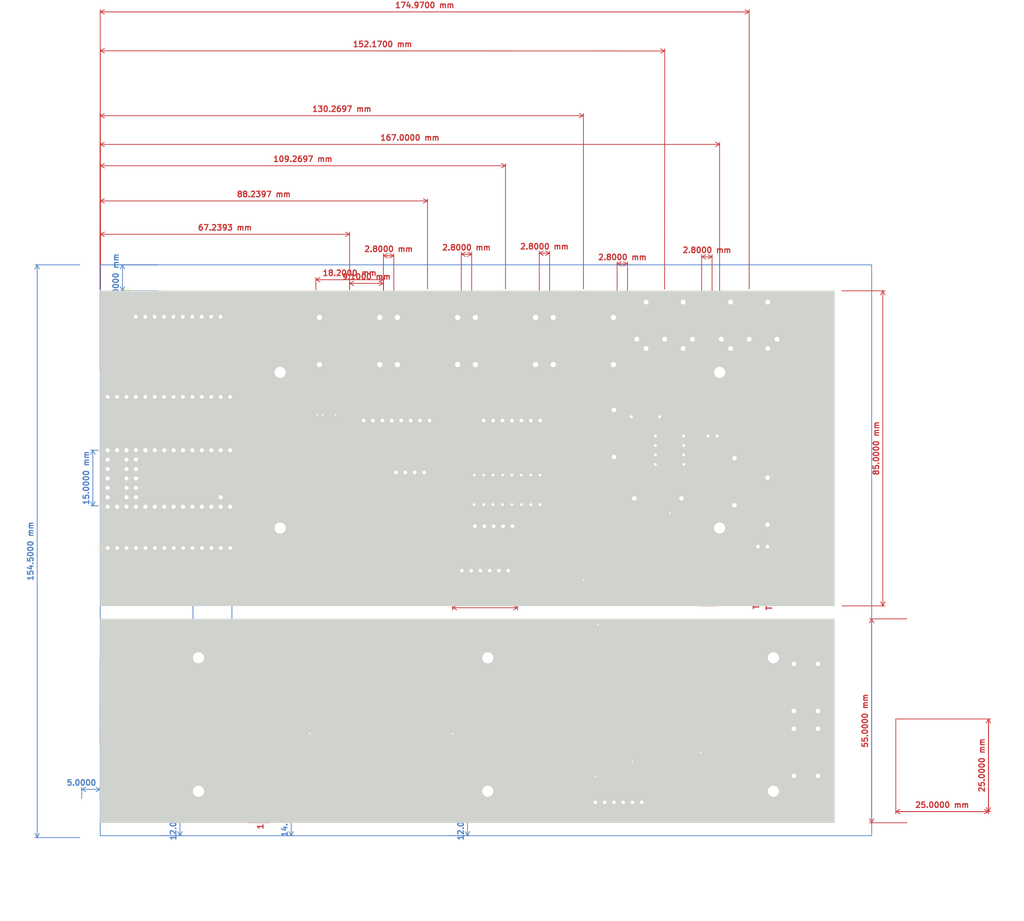
<source format=kicad_pcb>
(kicad_pcb (version 20211014) (generator pcbnew)
  (layers (0 "F.Cu" signal) (31 "B.Cu" signal) (34 "B.Paste" user) (35 "F.Paste" user) (36 "B.SilkS" user "B.Silkscreen") (37 "F.SilkS" user "F.Silkscreen") (38 "B.Mask" user) (39 "F.Mask" user) (44 "Edge.Cuts" user))
  (net 0 "")
  (net 1 "Net-(J1-Pad3)")
  (net 2 "Net-(J1-Pad5)")
  (net 3 "Net-(J1-Pad6)")
  (net 4 "Net-(J1-Pad7)")
  (net 5 "Net-(J1-Pad8)")
  (net 6 "Net-(J1-Pad9)")
  (net 10 "Net-(J1-Pad10)")
  (net 13 "Net-(J1-Pad11)")
  (net 14 "Net-(J1-Pad12)")
  (net 15 "Net-(J1-Pad13)")
  (net 16 "Net-(J1-Pad14)")
  (net 17 "Net-(J2-Pad1)")
  (net 18 "Net-(J2-Pad2)")
  (net 19 "Net-(J2-Pad3)")
  (net 20 "Net-(J2-Pad4)")
  (net 21 "Net-(J2-Pad5)")
  (net 22 "Net-(J2-Pad6)")
  (net 23 "Net-(J2-Pad7)")
  (net 25 "Net-(J2-Pad8)")
  (net 26 "Net-(J2-Pad9)")
  (net 27 "Net-(J2-Pad10)")
  (net 28 "Net-(J2-Pad11)")
  (net 29 "Net-(D1-Pad1)")
  (net 30 "Net-(D1-Pad2)")
  (net 34 "Net-(J3-Pad4)")
  (net 35 "Net-(J1-Pad2)")
  (net 36 "Net-(J1-Pad4)")
  (net 37 "Net-(J8-Pad5)")
  (net 40 "Net-(J8-Pad4)")
  (net 41 "Net-(J2-Pad12)")
  (net 45 "Net-(J2-Pad13)")
  (net 46 "Net-(J4-Pad3)")
  (net 47 "Net-(J?3=FSR4;6=FSR1-Pad1)")
  (net 48 "Net-(J4-Pad4)")
  (net 49 "Net-(J4-Pad5)")
  (net 50 "Net-(J4-Pad6)")
  (net 51 "Net-(H11-Pad1)")
  (net 52 "Net-(H12-Pad1)")
  (net 53 "Net-(J5-Pad1)")
  (net 54 "Net-(J5-Pad2)")
  (net 55 "Net-(J5-Pad3)")
  (net 56 "Net-(H14-Pad1)")
  (net 57 "Net-(H5V1-Pad1)")
  (net 58 "Net-(H13-Pad1)")
  (net 59 "Net-(J9-Pad1)")
  (net 60 "Net-(J6_TeensyPinsUnten1-Pad1)")
  (net 61 "Net-(J6_TeensyPinsUnten1-Pad2)")
  (net 62 "Net-(J6_TeensyPinsUnten1-Pad3)")
  (net 63 "Net-(J6_TeensyPinsUnten1-Pad4)")
  (net 64 "Net-(J6_TeensyPinsUnten1-Pad5)")
  (net 65 "Net-(J6_TeensyPinsUnten1-Pad6)")
  (net 66 "Net-(J6_TeensyPinsUnten1-Pad7)")
  (net 67 "Net-(J6_TeensyPinsUnten1-Pad8)")
  (net 68 "Net-(J6_TeensyPinsUnten1-Pad9)")
  (net 69 "Net-(J6_TeensyPinsUnten1-Pad10)")
  (net 70 "Net-(J9-Pad2)")
  (net 71 "Net-(J9-Pad3)")
  (net 72 "Net-(J9-Pad4)")
  (net 73 "Net-(J9-Pad5)")
  (net 74 "Net-(J10-Pad1)")
  (net 75 "Net-(J10-Pad2)")
  (net 76 "Net-(J11-Pad1)")
  (net 77 "Net-(J11-Pad2)")
  (net 78 "Net-(J16-Pad1)")
  (net 79 "Net-(J16-Pad2)")
  (net 80 "Net-(J17-Pad1)")
  (net 81 "Net-(J17-Pad2)")
  (net 82 "Net-(J18-Pad1)")
  (net 83 "Net-(J18-Pad2)")
  (net 94 "Net-(J5-Pad4)")
  (net 95 "Net-(J5-Pad5)")
  (net 96 "Net-(J5-Pad6)")
  (net 97 "Net-(J5-Pad7)")
  (net 98 "Net-(C1-Pad1)")
  (net 99 "Net-(C1-Pad2)")
  (footprint "project_fp:SolderWirePad_1x01_SMD_5x10mm" (layer "F.Cu") (at 151 115.6)
    (fp_text reference "H13")
    (fp_text value "MountingHole_Pad")
  )
  (footprint "project_fp:SolderWirePad_1x01_SMD_5x10mm" (layer "F.Cu") (at 190 115.1)
    (fp_text reference "H14")
    (fp_text value "MountingHole_Pad")
  )
  (footprint "KiCad:Teensy40" (layer "F.Cu") (at 35.51 68.62 180)
    (fp_text reference "U7")
    (fp_text value "Teensy4.0")
  )
  (footprint "project_fp:SolderWirePad_1x01_SMD_5x10mm" (layer "F.Cu") (at 53.5 115.5)
    (fp_text reference "H5V1")
    (fp_text value "MountingHole_Pad")
  )
  (footprint "Connector_PinHeader_2.54mm:PinHeader_1x10_P2.54mm_Vertical" (layer "F.Cu") (at 26.575 25 90)
    (fp_text reference "J6_TeensyPinsUnten1")
    (fp_text value "Conn_01x10")
  )
  (footprint "Resistor_THT:R_Axial_DIN0411_L9.9mm_D3.6mm_P12.70mm_Horizontal" (layer "F.Cu") (at 210.5 136.15 -90)
    (fp_text reference "R4")
    (fp_text value "R_Variable")
  )
  (footprint "MountingHole:MountingHole_3mm" (layer "F.Cu") (at 198.5 117)
    (fp_text reference "H3")
    (fp_text value "MountingHole")
  )
  (footprint "KiCad:DIP762W56P254L966H508Q8N" (layer "F.Cu") (at 170.5 60.99)
    (fp_text reference "U6")
    (fp_text value "6N138" hide)
  )
  (footprint "Connector_PinHeader_2.54mm:PinHeader_1x05_P2.54mm_Vertical" (layer "F.Cu") (at 118 81.5 90)
    (fp_text reference "J9")
    (fp_text value "Conn_01x05")
  )
  (footprint "MountingHole:MountingHole_3mm" (layer "F.Cu") (at 43.5 153)
    (fp_text reference "H6")
    (fp_text value "MountingHole")
  )
  (footprint "MountingHole:MountingHole_3mm" (layer "F.Cu") (at 198.5 153)
    (fp_text reference "H2")
    (fp_text value "MountingHole")
  )
  (footprint "Connector_JST:JST_XH_B6B-XH-A_1x06_P2.50mm_Vertical" (layer "F.Cu") (at 114.5 93.5)
    (fp_text reference "J4")
    (fp_text value "06JQ-BT")
  )
  (footprint "project_fp:SolderWirePad_1x01_SMD_5x10mm" (layer "F.Cu") (at 112 115.6)
    (fp_text reference "H12")
    (fp_text value "MountingHole_Pad")
  )
  (footprint "project_fp:SolderWirePad_1x01_SMD_5x10mm" (layer "F.Cu") (at 131 115.6)
    (fp_text reference "H5V3")
    (fp_text value "MountingHole_Pad")
  )
  (footprint "Connector_PinHeader_2.54mm:PinHeader_1x07_P2.54mm_Vertical" (layer "F.Cu") (at 135.625 53 -90)
    (fp_text reference "J5")
    (fp_text value "Conn_01x07")
  )
  (footprint "project_fp:SolderWirePad_1x01_SMD_5x10mm" (layer "F.Cu") (at 73.4 115.5)
    (fp_text reference "H11")
    (fp_text value "MountingHole_Pad")
  )
  (footprint "Connector_JST:JST_SH_SM10B-SRSS-TB_1x10-1MP_P1.00mm_Horizontal" (layer "F.Cu") (at 72.75 58.53)
    (fp_text reference "JST_TEENSY_5")
    (fp_text value "10JQ-BT")
  )
  (footprint "Connector_PinHeader_2.54mm:PinHeader_1x02_P2.54mm_Vertical" (layer "F.Cu") (at 194.34 87.01 90)
    (fp_text reference "J10")
    (fp_text value "Conn_01x02")
  )
  (footprint "Resistor_THT:R_Axial_DIN0411_L9.9mm_D3.6mm_P12.70mm_Horizontal" (layer "F.Cu") (at 204 118.65 -90)
    (fp_text reference "R1")
    (fp_text value "R_Variable")
  )
  (footprint "MountingHole:MountingHole_3mm" (layer "F.Cu") (at 43.5 117)
    (fp_text reference "H1")
    (fp_text value "MountingHole")
  )
  (footprint "Connector_PinHeader_2.54mm:PinHeader_1x14_P2.54mm_Vertical" (layer "F.Cu") (at 52.01 46.62 -90)
    (fp_text reference "J1")
    (fp_text value "Conn_01x14_MountingPin")
  )
  (footprint "project_fp:SDS-50J_MIDI_JACK" (layer "F.Cu") (at 184.47 31.0675)
    (fp_text reference "J8")
    (fp_text value "DIN-5")
  )
  (footprint "Connector_JST:JST_XH_B6B-XH-A_1x06_P2.50mm_Vertical" (layer "F.Cu") (at 150.5 156)
    (fp_text reference "J?3=FSR4;6=FSR1")
    (fp_text value "06JQ-BT")
  )
  (footprint "SamacSys_Parts:NMJ4HCD2" (layer "F.Cu") (at 126.26967 41.845 -90)
    (fp_text reference "J17")
    (fp_text value "NMJ4HCD2" hide)
  )
  (footprint "Resistor_THT:R_Axial_DIN0411_L9.9mm_D3.6mm_P12.70mm_Horizontal" (layer "F.Cu") (at 196.92 68.41 -90)
    (fp_text reference "R8")
    (fp_text value "R47")
  )
  (footprint "SamacSys_Parts:NMJ4HCD2" (layer "F.Cu") (at 105.23967 41.845 -90)
    (fp_text reference "J16")
    (fp_text value "NMJ4HCD2" hide)
  )
  (footprint "Resistor_THT:R_Axial_DIN0411_L9.9mm_D3.6mm_P12.70mm_Horizontal" (layer "F.Cu") (at 204 136.15 -90)
    (fp_text reference "R3")
    (fp_text value "R_Variable")
  )
  (footprint "Resistor_THT:R_Axial_DIN0411_L9.9mm_D3.6mm_P12.70mm_Horizontal" (layer "F.Cu") (at 161 74)
    (fp_text reference "R6")
    (fp_text value "R470")
  )
  (footprint "project_fp:SolderWirePad_1x01_SMD_5x10mm" (layer "F.Cu") (at 92 115.7)
    (fp_text reference "H5V2")
    (fp_text value "MountingHole_Pad")
  )
  (footprint "Connector_PinHeader_2.54mm:PinHeader_1x04_P2.54mm_Vertical" (layer "F.Cu") (at 96.7 67 90)
    (fp_text reference "J6")
    (fp_text value "Conn_01x04")
  )
  (footprint "project_fp:SDS-50J_MIDI_JACK" (layer "F.Cu") (at 161.67 31.0475)
    (fp_text reference "J3")
    (fp_text value "DIN-5")
  )
  (footprint "MountingHole:MountingHole_3mm" (layer "F.Cu") (at 65.5 82)
    (fp_text reference "H9")
    (fp_text value "MountingHole")
  )
  (footprint "Resistor_THT:R_Axial_DIN0411_L9.9mm_D3.6mm_P12.70mm_Horizontal" (layer "F.Cu") (at 210.5 118.65 -90)
    (fp_text reference "R2")
    (fp_text value "R_Variable")
  )
  (footprint "Capacitor_THT:CP_Radial_D6.3mm_P2.50mm" (layer "F.Cu") (at 180.817621 57.19)
    (fp_text reference "C1")
    (fp_text value "0,1myf")
  )
  (footprint "Connector_PinHeader_2.54mm:PinHeader_1x08_P2.54mm_Vertical" (layer "F.Cu") (at 87.99 53 90)
    (fp_text reference "J7")
    (fp_text value "Conn_01x08")
  )
  (footprint "SamacSys_Parts:NMJ4HCD2" (layer "F.Cu") (at 147.26967 41.845 -90)
    (fp_text reference "J18")
    (fp_text value "NMJ4HCD2" hide)
  )
  (footprint "MountingHole:MountingHole_3mm" (layer "F.Cu") (at 184 40)
    (fp_text reference "H4")
    (fp_text value "MountingHole")
  )
  (footprint "Resistor_THT:R_Axial_DIN0411_L9.9mm_D3.6mm_P12.70mm_Horizontal" (layer "F.Cu") (at 188 75.85 90)
    (fp_text reference "R7")
    (fp_text value "R47")
  )
  (footprint "MountingHole:MountingHole_3mm" (layer "F.Cu") (at 184 82)
    (fp_text reference "H8")
    (fp_text value "MountingHole")
  )
  (footprint "Diode_THT:D_DO-35_SOD27_P7.62mm_Horizontal" (layer "F.Cu") (at 167.81 51.99 180)
    (fp_text reference "D1")
    (fp_text value "1N4148")
  )
  (footprint "MountingHole:MountingHole_3mm" (layer "F.Cu") (at 121.5 153)
    (fp_text reference "H10")
    (fp_text value "MountingHole")
  )
  (footprint "MountingHole:MountingHole_3mm" (layer "F.Cu") (at 65.5 40)
    (fp_text reference "H7")
    (fp_text value "MountingHole")
  )
  (footprint "project_fp:SolderWirePad_1x01_SMD_5x10mm" (layer "F.Cu") (at 170 115.1)
    (fp_text reference "H5V4")
    (fp_text value "MountingHole_Pad")
  )
  (footprint "Connector_PinHeader_2.54mm:PinHeader_1x14_P2.54mm_Vertical" (layer "F.Cu") (at 19.032663 87.357701 90)
    (fp_text reference "J2")
    (fp_text value "Conn_01x14_MountingPin")
  )
  (footprint "MountingHole:MountingHole_3mm" (layer "F.Cu") (at 121.5 117)
    (fp_text reference "H5")
    (fp_text value "MountingHole")
  )
  (footprint "SamacSys_Parts:NMJ4HCD2" (layer "F.Cu") (at 84.23934 41.845 -90)
    (fp_text reference "J11")
    (fp_text value "NMJ4HCD2" hide)
  )
  (footprint "KiCad:DIP794W53P254L1930H508Q16N" (layer "F.Cu") (at 126.73 71.68796 90)
    (fp_text reference "U5")
    (fp_text value "74HC4051" hide)
  )
  (footprint "Resistor_THT:R_Axial_DIN0411_L9.9mm_D3.6mm_P12.70mm_Horizontal" (layer "F.Cu") (at 155.5 50.15 -90)
    (fp_text reference "R5")
    (fp_text value "R220")
  )
  (gr_rect (start 17 11) (end 225 165) (layer "B.Cu") (width 0.2) (fill none))
  (gr_rect (start 17 106.5) (end 215 161.5) (layer "Edge.Cuts") (width 0.1) (fill none))
  (gr_rect (start 17 18) (end 215 103) (layer "Edge.Cuts") (width 0.1) (fill none))
  (gr_text "Teensy Pin 0" (at 193.9 96.5 90) (layer "F.Cu") (effects (font (size 1.5 1.5) (thickness 0.3))))
  (gr_text "Teensy Pin 1" (at 197.4 96.8 90) (layer "F.Cu") (effects (font (size 1.5 1.5) (thickness 0.3))))
  (dimension (type aligned) (layer "F.Cu") (pts (xy 231.5 133) (xy 256.5 133)) (height 25.5) (gr_text "25.0000 mm" (at 244 156.7) (layer "F.Cu") (effects (font (size 1.5 1.5) (thickness 0.3)))) (format (units 3) (units_format 1) (precision 4)) (style (thickness 0.2) (arrow_length 1.27) (text_position_mode 0) (extension_height 0.58642) (extension_offset 0.5) keep_text_aligned))
  (dimension (type aligned) (layer "F.Cu") (pts (xy 235 106.5) (xy 235 161.5)) (height 10) (gr_text "55.0000 mm" (at 223.2 134 90) (layer "F.Cu") (effects (font (size 1.5 1.5) (thickness 0.3)))) (format (units 3) (units_format 1) (precision 4)) (style (thickness 0.2) (arrow_length 1.27) (text_position_mode 0) (extension_height 0.58642) (extension_offset 0.5) keep_text_aligned))
  (dimension (type aligned) (layer "F.Cu") (pts (xy 135.37 19.09) (xy 138.17 19.09)) (height -11.235) (gr_text "2.8000 mm" (at 136.77 6.055) (layer "F.Cu") (effects (font (size 1.5 1.5) (thickness 0.3)))) (format (units 3) (units_format 1) (precision 4)) (style (thickness 0.2) (arrow_length 1.27) (text_position_mode 0) (extension_height 0.58642) (extension_offset 0.5) keep_text_aligned))
  (dimension (type aligned) (layer "F.Cu") (pts (xy 169.17 18.0475) (xy 17 18)) (height 64.750152) (gr_text "152.1700 mm" (at 93.105774 -48.526399 -0.01788492764) (layer "F.Cu") (effects (font (size 1.5 1.5) (thickness 0.3)))) (format (units 3) (units_format 1) (precision 4)) (style (thickness 0.2) (arrow_length 1.27) (text_position_mode 0) (extension_height 0.58642) (extension_offset 0.5) keep_text_aligned))
  (dimension (type aligned) (layer "F.Cu") (pts (xy 56.5 150.5) (xy 56.5 161.5)) (height -5.5) (gr_text "11.0000 mm" (at 60.2 156 90) (layer "F.Cu") (effects (font (size 1.5 1.5) (thickness 0.3)))) (format (units 3) (units_format 1) (precision 4)) (style (thickness 0.2) (arrow_length 1.27) (text_position_mode 0) (extension_height 0.58642) (extension_offset 0.5) keep_text_aligned))
  (dimension (type aligned) (layer "F.Cu") (pts (xy 84.23934 18) (xy 17 18)) (height 15.249999) (gr_text "67.2393 mm" (at 50.61967 0.950001) (layer "F.Cu") (effects (font (size 1.5 1.5) (thickness 0.3)))) (format (units 3) (units_format 1) (precision 4)) (style (thickness 0.2) (arrow_length 1.27) (text_position_mode 0) (extension_height 0.58642) (extension_offset 0.5) keep_text_aligned))
  (dimension (type aligned) (layer "F.Cu") (pts (xy 147.26967 18) (xy 17 18)) (height 47.25) (gr_text "130.2697 mm" (at 82.134835 -31.05) (layer "F.Cu") (effects (font (size 1.5 1.5) (thickness 0.3)))) (format (units 3) (units_format 1) (precision 4)) (style (thickness 0.2) (arrow_length 1.27) (text_position_mode 0) (extension_height 0.58642) (extension_offset 0.5) keep_text_aligned))
  (dimension (type aligned) (layer "F.Cu") (pts (xy 93.34 19.775) (xy 96.14 19.775)) (height -11.235) (gr_text "2.8000 mm" (at 94.74 6.74) (layer "F.Cu") (effects (font (size 1.5 1.5) (thickness 0.3)))) (format (units 3) (units_format 1) (precision 4)) (style (thickness 0.2) (arrow_length 1.27) (text_position_mode 0) (extension_height 0.58642) (extension_offset 0.5) keep_text_aligned))
  (dimension (type aligned) (layer "F.Cu") (pts (xy 112 99.25) (xy 129.5 99.25)) (height 4.25) (gr_text "17.5000 mm" (at 120.75 101.7) (layer "F.Cu") (effects (font (size 1.5 1.5) (thickness 0.3)))) (format (units 3) (units_format 1) (precision 4)) (style (thickness 0.2) (arrow_length 1.27) (text_position_mode 0) (extension_height 0.58642) (extension_offset 0.5) keep_text_aligned))
  (dimension (type aligned) (layer "F.Cu") (pts (xy 191.97 18) (xy 17 18)) (height 75.25) (gr_text "174.9700 mm" (at 104.485 -59.05) (layer "F.Cu") (effects (font (size 1.5 1.5) (thickness 0.3)))) (format (units 3) (units_format 1) (precision 4)) (style (thickness 0.2) (arrow_length 1.27) (text_position_mode 0) (extension_height 0.58642) (extension_offset 0.5) keep_text_aligned))
  (dimension (type aligned) (layer "F.Cu") (pts (xy 216.5 18) (xy 216.5 103)) (height -11.5) (gr_text "85.0000 mm" (at 226.2 60.5 90) (layer "F.Cu") (effects (font (size 1.5 1.5) (thickness 0.3)))) (format (units 3) (units_format 1) (precision 4)) (style (thickness 0.2) (arrow_length 1.27) (text_position_mode 0) (extension_height 0.58642) (extension_offset 0.5) keep_text_aligned))
  (dimension (type aligned) (layer "F.Cu") (pts (xy 93.33934 18.235) (xy 75.13934 18.235)) (height 3.234999) (gr_text "18.2000 mm" (at 84.23934 13.200001) (layer "F.Cu") (effects (font (size 1.5 1.5) (thickness 0.3)))) (format (units 3) (units_format 1) (precision 4)) (style (thickness 0.2) (arrow_length 1.27) (text_position_mode 0) (extension_height 0.58642) (extension_offset 0.5) keep_text_aligned))
  (dimension (type aligned) (layer "F.Cu") (pts (xy 105.23967 18) (xy 17 18)) (height 24.25) (gr_text "88.2397 mm" (at 61.119835 -8.05) (layer "F.Cu") (effects (font (size 1.5 1.5) (thickness 0.3)))) (format (units 3) (units_format 1) (precision 4)) (style (thickness 0.2) (arrow_length 1.27) (text_position_mode 0) (extension_height 0.58642) (extension_offset 0.5) keep_text_aligned))
  (dimension (type aligned) (layer "F.Cu") (pts (xy 43.5 136.5) (xy 17 136.5)) (height -3.5) (gr_text "26.5000 mm" (at 30.25 138.2) (layer "F.Cu") (effects (font (size 1.5 1.5) (thickness 0.3)))) (format (units 3) (units_format 1) (precision 4)) (style (thickness 0.2) (arrow_length 1.27) (text_position_mode 0) (extension_height 0.58642) (extension_offset 0.5) keep_text_aligned))
  (dimension (type aligned) (layer "F.Cu") (pts (xy 126.26967 18) (xy 17 18)) (height 33.75) (gr_text "109.2697 mm" (at 71.634835 -17.55) (layer "F.Cu") (effects (font (size 1.5 1.5) (thickness 0.3)))) (format (units 3) (units_format 1) (precision 4)) (style (thickness 0.2) (arrow_length 1.27) (text_position_mode 0) (extension_height 0.58642) (extension_offset 0.5) keep_text_aligned))
  (dimension (type aligned) (layer "F.Cu") (pts (xy 231 133.5) (xy 231 158.5)) (height -25.5) (gr_text "25.0000 mm" (at 254.7 146 90) (layer "F.Cu") (effects (font (size 1.5 1.5) (thickness 0.3)))) (format (units 3) (units_format 1) (precision 4)) (style (thickness 0.2) (arrow_length 1.27) (text_position_mode 0) (extension_height 0.58642) (extension_offset 0.5) keep_text_aligned))
  (dimension (type aligned) (layer "F.Cu") (pts (xy 184 82) (xy 184 103)) (height 5) (gr_text "21.0000 mm" (at 177.2 92.5 90) (layer "F.Cu") (effects (font (size 1.5 1.5) (thickness 0.3)))) (format (units 3) (units_format 1) (precision 4)) (style (thickness 0.2) (arrow_length 1.27) (text_position_mode 0) (extension_height 0.58642) (extension_offset 0.5) keep_text_aligned))
  (dimension (type aligned) (layer "F.Cu") (pts (xy 156.37 21.98) (xy 159.17 21.98)) (height -11.235) (gr_text "2.8000 mm" (at 157.77 8.945) (layer "F.Cu") (effects (font (size 1.5 1.5) (thickness 0.3)))) (format (units 3) (units_format 1) (precision 4)) (style (thickness 0.2) (arrow_length 1.27) (text_position_mode 0) (extension_height 0.58642) (extension_offset 0.5) keep_text_aligned))
  (dimension (type aligned) (layer "F.Cu") (pts (xy 114.35 19.37) (xy 117.15 19.37)) (height -11.235) (gr_text "2.8000 mm" (at 115.75 6.335) (layer "F.Cu") (effects (font (size 1.5 1.5) (thickness 0.3)))) (format (units 3) (units_format 1) (precision 4)) (style (thickness 0.2) (arrow_length 1.27) (text_position_mode 0) (extension_height 0.58642) (extension_offset 0.5) keep_text_aligned))
  (dimension (type aligned) (layer "F.Cu") (pts (xy 93.33934 18.235) (xy 84.23934 18.235)) (height 2.235) (gr_text "9.1000 mm" (at 88.78934 14.2) (layer "F.Cu") (effects (font (size 1.5 1.5) (thickness 0.3)))) (format (units 3) (units_format 1) (precision 4)) (style (thickness 0.2) (arrow_length 1.27) (text_position_mode 0) (extension_height 0.58642) (extension_offset 0.5) keep_text_aligned))
  (dimension (type aligned) (layer "F.Cu") (pts (xy 179.17 20.055) (xy 181.97 20.055)) (height -11.235) (gr_text "2.8000 mm" (at 180.57 7.02) (layer "F.Cu") (effects (font (size 1.5 1.5) (thickness 0.3)))) (format (units 3) (units_format 1) (precision 4)) (style (thickness 0.2) (arrow_length 1.27) (text_position_mode 0) (extension_height 0.58642) (extension_offset 0.5) keep_text_aligned))
  (dimension (type aligned) (layer "F.Cu") (pts (xy 184 40) (xy 17 40)) (height 61.5) (gr_text "167.0000 mm" (at 100.5 -23.3) (layer "F.Cu") (effects (font (size 1.5 1.5) (thickness 0.3)))) (format (units 3) (units_format 1) (precision 4)) (style (thickness 0.2) (arrow_length 1.27) (text_position_mode 0) (extension_height 0.58642) (extension_offset 0.5) keep_text_aligned))
  (dimension (type aligned) (layer "B.Cu") (pts (xy 12 11) (xy 12 165.5)) (height 12) (gr_text "154.5000 mm" (at -1.8 88.25 90) (layer "B.Cu") (effects (font (size 1.5 1.5) (thickness 0.3)))) (format (units 3) (units_format 1) (precision 4)) (style (thickness 0.2) (arrow_length 1.27) (text_position_mode 0) (extension_height 0.58642) (extension_offset 0.5) keep_text_aligned))
  (dimension (type aligned) (layer "B.Cu") (pts (xy 44 121.6) (xy 49 121.6)) (height -3) (gr_text "5.0000 mm" (at 46.5 116.8) (layer "B.Cu") (effects (font (size 1.5 1.5) (thickness 0.3)))) (format (units 3) (units_format 1) (precision 4)) (style (thickness 0.2) (arrow_length 1.27) (text_position_mode 0) (extension_height 0.58642) (extension_offset 0.5) keep_text_aligned))
  (dimension (type aligned) (layer "B.Cu") (pts (xy 12 155.5) (xy 17 155.5)) (height -3) (gr_text "5.0000 mm" (at 14.5 150.7) (layer "B.Cu") (effects (font (size 1.5 1.5) (thickness 0.3)))) (format (units 3) (units_format 1) (precision 4)) (style (thickness 0.2) (arrow_length 1.27) (text_position_mode 0) (extension_height 0.58642) (extension_offset 0.5) keep_text_aligned))
  (dimension (type aligned) (layer "B.Cu") (pts (xy 66.500001 165) (xy 66.500001 151)) (height 1.999999) (gr_text "14.0000 mm" (at 66.7 158 90) (layer "B.Cu") (effects (font (size 1.5 1.5) (thickness 0.3)))) (format (units 3) (units_format 1) (precision 4)) (style (thickness 0.2) (arrow_length 1.27) (text_position_mode 0) (extension_height 0.58642) (extension_offset 0.5) keep_text_aligned))
  (dimension (type aligned) (layer "B.Cu") (pts (xy 42 95) (xy 52.5 95)) (height 17) (gr_text "10.5000 mm" (at 47.25 110.2) (layer "B.Cu") (effects (font (size 1.5 1.5) (thickness 0.3)))) (format (units 3) (units_format 1) (precision 4)) (style (thickness 0.2) (arrow_length 1.27) (text_position_mode 0) (extension_height 0.58642) (extension_offset 0.5) keep_text_aligned))
  (dimension (type aligned) (layer "B.Cu") (pts (xy 16.999999 61) (xy 16.999999 76)) (height 1.999999) (gr_text "15.0000 mm" (at 13.2 68.5 90) (layer "B.Cu") (effects (font (size 1.5 1.5) (thickness 0.3)))) (format (units 3) (units_format 1) (precision 4)) (style (thickness 0.2) (arrow_length 1.27) (text_position_mode 0) (extension_height 0.58642) (extension_offset 0.5) keep_text_aligned))
  (dimension (type aligned) (layer "B.Cu") (pts (xy 17 140.5) (xy 43.5 140.5)) (height -22.5) (gr_text "26.5000 mm" (at 30.25 116.2) (layer "B.Cu") (effects (font (size 1.5 1.5) (thickness 0.3)))) (format (units 3) (units_format 1) (precision 4)) (style (thickness 0.2) (arrow_length 1.27) (text_position_mode 0) (extension_height 0.58642) (extension_offset 0.5) keep_text_aligned))
  (dimension (type aligned) (layer "B.Cu") (pts (xy 42 129) (xy 44 129)) (height 1) (gr_text "2.0000 mm" (at 43 128.2) (layer "B.Cu") (effects (font (size 1.5 1.5) (thickness 0.3)))) (format (units 3) (units_format 1) (precision 4)) (style (thickness 0.2) (arrow_length 1.27) (text_position_mode 0) (extension_height 0.58642) (extension_offset 0.5) keep_text_aligned))
  (dimension (type aligned) (layer "B.Cu") (pts (xy 33 165) (xy 33 153)) (height 5.5) (gr_text "12.0000 mm" (at 36.7 159 90) (layer "B.Cu") (effects (font (size 1.5 1.5) (thickness 0.3)))) (format (units 3) (units_format 1) (precision 4)) (style (thickness 0.2) (arrow_length 1.27) (text_position_mode 0) (extension_height 0.58642) (extension_offset 0.5) keep_text_aligned))
  (dimension (type aligned) (layer "B.Cu") (pts (xy 33 18) (xy 33 11)) (height -10) (gr_text "7.0000 mm" (at 21.2 14.5 90) (layer "B.Cu") (effects (font (size 1.5 1.5) (thickness 0.3)))) (format (units 3) (units_format 1) (precision 4)) (style (thickness 0.2) (arrow_length 1.27) (text_position_mode 0) (extension_height 0.58642) (extension_offset 0.5) keep_text_aligned))
  (dimension (type aligned) (layer "B.Cu") (pts (xy 50 121) (xy 50 112)) (height 2.5) (gr_text "9.0000 mm" (at 50.7 116.5 90) (layer "B.Cu") (effects (font (size 1.5 1.5) (thickness 0.3)))) (format (units 3) (units_format 1) (precision 4)) (style (thickness 0.2) (arrow_length 1.27) (text_position_mode 0) (extension_height 0.58642) (extension_offset 0.5) keep_text_aligned))
  (dimension (type aligned) (layer "B.Cu") (pts (xy 42.5 153) (xy 42.5 117)) (height -4) (gr_text "36.0000 mm" (at 36.7 135 90) (layer "B.Cu") (effects (font (size 1.5 1.5) (thickness 0.3)))) (format (units 3) (units_format 1) (precision 4)) (style (thickness 0.2) (arrow_length 1.27) (text_position_mode 0) (extension_height 0.58642) (extension_offset 0.5) keep_text_aligned))
  (dimension (type aligned) (layer "B.Cu") (pts (xy 121.5 116.5) (xy 43.5 116.5)) (height -4) (gr_text "78.0000 mm" (at 82.5 118.7) (layer "B.Cu") (effects (font (size 1.5 1.5) (thickness 0.3)))) (format (units 3) (units_format 1) (precision 4)) (style (thickness 0.2) (arrow_length 1.27) (text_position_mode 0) (extension_height 0.58642) (extension_offset 0.5) keep_text_aligned))
  (dimension (type aligned) (layer "B.Cu") (pts (xy 110.5 165) (xy 110.5 153)) (height 5.5) (gr_text "12.0000 mm" (at 114.2 159 90) (layer "B.Cu") (effects (font (size 1.5 1.5) (thickness 0.3)))) (format (units 3) (units_format 1) (precision 4)) (style (thickness 0.2) (arrow_length 1.27) (text_position_mode 0) (extension_height 0.58642) (extension_offset 0.5) keep_text_aligned))
  (dimension (type aligned) (layer "B.Cu") (pts (xy 17 133.5) (xy 49 133.5)) (height -2.499999) (gr_text "32.0000 mm" (at 33 129.200001) (layer "B.Cu") (effects (font (size 1.5 1.5) (thickness 0.3)))) (format (units 3) (units_format 1) (precision 4)) (style (thickness 0.2) (arrow_length 1.27) (text_position_mode 0) (extension_height 0.58642) (extension_offset 0.5) keep_text_aligned))
  (segment (start 46.94 61) (end 46.94 46.63) (width 0.25) (layer "F.Cu") (net 1))
  (segment (start 46.94 61) (end 47.13 61) (width 0.25) (layer "F.Cu") (net 1))
  (segment (start 46.94 46.63) (end 46.93 46.62) (width 0.25) (layer "F.Cu") (net 1))
  (segment (start 41.85 60.99) (end 41.86 61) (width 0.25) (layer "F.Cu") (net 2))
  (segment (start 41.85 46.62) (end 41.85 60.99) (width 0.25) (layer "F.Cu") (net 2))
  (segment (start 39.31 60.99) (end 39.32 61) (width 0.25) (layer "F.Cu") (net 3))
  (segment (start 39.32 61) (end 40.05101 61) (width 0.25) (layer "F.Cu") (net 3))
  (segment (start 39.31 46.62) (end 39.31 60.99) (width 0.25) (layer "F.Cu") (net 3))
  (segment (start 39.31 46.62) (end 39.31 46.19) (width 0.25) (layer "B.Cu") (net 3))
  (segment (start 36.77 60.99) (end 36.78 61) (width 0.25) (layer "F.Cu") (net 4))
  (segment (start 36.77 46.62) (end 36.77 60.99) (width 0.25) (layer "F.Cu") (net 4))
  (segment (start 34.23 60.99) (end 34.24 61) (width 0.25) (layer "F.Cu") (net 5))
  (segment (start 34.23 46.62) (end 34.23 60.99) (width 0.25) (layer "F.Cu") (net 5))
  (segment (start 31.51 47.64) (end 32.53 46.62) (width 0.25) (layer "F.Cu") (net 6))
  (segment (start 31.69 46.62) (end 31.69 60.99) (width 0.25) (layer "F.Cu") (net 6))
  (segment (start 31.69 60.99) (end 31.7 61) (width 0.25) (layer "F.Cu") (net 6))
  (segment (start 29.15 60.99) (end 29.16 61) (width 0.25) (layer "F.Cu") (net 10))
  (segment (start 29.15 46.62) (end 29.15 60.99) (width 0.25) (layer "F.Cu") (net 10))
  (segment (start 26.61 46.62) (end 26.61 60.99) (width 0.25) (layer "F.Cu") (net 13))
  (segment (start 26.61 60.99) (end 26.62 61) (width 0.25) (layer "F.Cu") (net 13))
  (segment (start 24.08 61) (end 24.13 61) (width 0.25) (layer "F.Cu") (net 14))
  (segment (start 24.07 46.62) (end 24.07 60.99) (width 0.25) (layer "F.Cu") (net 14))
  (segment (start 24.07 60.99) (end 24.08 61) (width 0.25) (layer "F.Cu") (net 14))
  (segment (start 21.53 60.99) (end 21.54 61) (width 0.25) (layer "F.Cu") (net 15))
  (segment (start 21.54 61) (end 22.27101 61) (width 0.25) (layer "F.Cu") (net 15))
  (segment (start 21.53 46.62) (end 21.53 60.99) (width 0.25) (layer "F.Cu") (net 15))
  (segment (start 19 46.63) (end 18.99 46.62) (width 0.25) (layer "F.Cu") (net 16))
  (segment (start 19 61) (end 19 46.63) (width 0.25) (layer "F.Cu") (net 16))
  (segment (start 19 76.24) (end 19 87.325038) (width 0.25) (layer "F.Cu") (net 17))
  (segment (start 19 87.325038) (end 19.032663 87.357701) (width 0.25) (layer "F.Cu") (net 17))
  (segment (start 21.54 87.325038) (end 21.572663 87.357701) (width 0.25) (layer "F.Cu") (net 18))
  (segment (start 21.54 76.24) (end 21.54 87.325038) (width 0.25) (layer "F.Cu") (net 18))
  (segment (start 24.08 76.24) (end 24.08 87.325038) (width 0.25) (layer "F.Cu") (net 19))
  (segment (start 24.08 87.325038) (end 24.112663 87.357701) (width 0.25) (layer "F.Cu") (net 19))
  (segment (start 26.62 76.24) (end 26.62 87.325038) (width 0.25) (layer "F.Cu") (net 20))
  (segment (start 26.62 87.325038) (end 26.652663 87.357701) (width 0.25) (layer "F.Cu") (net 20))
  (segment (start 29.192663 76.272663) (end 29.16 76.24) (width 0.25) (layer "F.Cu") (net 21))
  (segment (start 29.192663 87.357701) (end 29.192663 76.272663) (width 0.25) (layer "F.Cu") (net 21))
  (segment (start 31.732663 88.157701) (end 31.532663 88.357701) (width 0.25) (layer "F.Cu") (net 22))
  (segment (start 31.7 76.24) (end 31.7 87.325038) (width 0.25) (layer "F.Cu") (net 22))
  (segment (start 31.532663 88.357701) (end 31.532663 87.557701) (width 0.25) (layer "F.Cu") (net 22))
  (segment (start 31.7 87.325038) (end 31.732663 87.357701) (width 0.25) (layer "F.Cu") (net 22))
  (segment (start 31.532663 87.557701) (end 31.732663 87.357701) (width 0.25) (layer "F.Cu") (net 22))
  (segment (start 34.272663 76.272663) (end 34.24 76.24) (width 0.25) (layer "F.Cu") (net 23))
  (segment (start 34.272663 87.357701) (end 34.272663 76.272663) (width 0.25) (layer "F.Cu") (net 23))
  (segment (start 36.78 87.325038) (end 36.812663 87.357701) (width 0.25) (layer "F.Cu") (net 25))
  (segment (start 36.78 76.24) (end 36.78 87.325038) (width 0.25) (layer "F.Cu") (net 25))
  (segment (start 39.352663 87.357701) (end 39.352663 76.272663) (width 0.25) (layer "F.Cu") (net 26))
  (segment (start 39.352663 76.272663) (end 39.32 76.24) (width 0.25) (layer "F.Cu") (net 26))
  (segment (start 41.86 87.325038) (end 41.892663 87.357701) (width 0.25) (layer "F.Cu") (net 27))
  (segment (start 41.86 76.24) (end 41.86 87.325038) (width 0.25) (layer "F.Cu") (net 27))
  (segment (start 44.4 87.325038) (end 44.4 76.24) (width 0.25) (layer "F.Cu") (net 28))
  (segment (start 44.432663 87.357701) (end 44.4 87.325038) (width 0.25) (layer "F.Cu") (net 28))
  (segment (start 169.99 51.99) (end 170.5 52.5) (width 0.25) (layer "F.Cu") (net 29))
  (segment (start 166.69 59.72) (end 170.03 59.72) (width 0.25) (layer "F.Cu") (net 29))
  (segment (start 163.81 62.6) (end 166.69 59.72) (width 0.25) (layer "F.Cu") (net 29))
  (segment (start 170.03 59.72) (end 170.5 59.25) (width 0.25) (layer "F.Cu") (net 29))
  (segment (start 170.5 52.5) (end 170.5 59.25) (width 0.25) (layer "F.Cu") (net 29))
  (segment (start 155.5 62.6) (end 163.81 62.6) (width 0.25) (layer "F.Cu") (net 29))
  (segment (start 167.81 51.99) (end 169.99 51.99) (width 0.25) (layer "F.Cu") (net 29))
  (segment (start 162 66) (end 165.74 62.26) (width 0.25) (layer "F.Cu") (net 30))
  (segment (start 152.5 66) (end 162 66) (width 0.25) (layer "F.Cu") (net 30))
  (segment (start 174 33.5675) (end 160.19 47.3775) (width 0.25) (layer "F.Cu") (net 30))
  (segment (start 160.19 47.3775) (end 160.19 49.81) (width 0.25) (layer "F.Cu") (net 30))
  (segment (start 160 49.49) (end 160.19 49.68) (width 0.25) (layer "F.Cu") (net 30))
  (segment (start 151 59.5) (end 151 64.5) (width 0.25) (layer "F.Cu") (net 30))
  (segment (start 151 64.5) (end 152.5 66) (width 0.25) (layer "F.Cu") (net 30))
  (segment (start 160.19 51.99) (end 160.19 56.81) (width 0.25) (layer "F.Cu") (net 30))
  (segment (start 160.19 49.68) (end 160.19 49.81) (width 0.25) (layer "F.Cu") (net 30))
  (segment (start 165.74 62.26) (end 166.69 62.26) (width 0.25) (layer "F.Cu") (net 30))
  (segment (start 152.5 58) (end 151 59.5) (width 0.25) (layer "F.Cu") (net 30))
  (segment (start 159 58) (end 152.5 58) (width 0.25) (layer "F.Cu") (net 30))
  (segment (start 160.19 56.81) (end 159 58) (width 0.25) (layer "F.Cu") (net 30))
  (segment (start 160.19 49.81) (end 160.19 51.99) (width 0.25) (layer "F.Cu") (net 30))
  (segment (start 164 33.5675) (end 164 35.5) (width 0.25) (layer "F.Cu") (net 34))
  (segment (start 164 35.5) (end 155.5 44) (width 0.25) (layer "F.Cu") (net 34))
  (segment (start 155.5 44) (end 155.5 50.15) (width 0.25) (layer "F.Cu") (net 34))
  (segment (start 49.47 60.99) (end 49.48 61) (width 0.25) (layer "F.Cu") (net 35))
  (segment (start 49.47 46.62) (end 49.47 60.99) (width 0.25) (layer "F.Cu") (net 35))
  (segment (start 44.39 60.99) (end 44.4 61) (width 0.25) (layer "F.Cu") (net 36))
  (segment (start 44.39 46.62) (end 44.39 60.99) (width 0.25) (layer "F.Cu") (net 36))
  (segment (start 196.97 33.5675) (end 196.97 68.36) (width 0.25) (layer "F.Cu") (net 37))
  (segment (start 196.97 68.36) (end 196.92 68.41) (width 0.25) (layer "F.Cu") (net 37))
  (segment (start 196.97 36.82) (end 196.97 36.97) (width 0.25) (layer "F.Cu") (net 37))
  (segment (start 188 34.5975) (end 186.97 33.5675) (width 0.25) (layer "F.Cu") (net 40))
  (segment (start 188 63.15) (end 188 34.5975) (width 0.25) (layer "F.Cu") (net 40))
  (segment (start 133 99) (end 135.870126 96.129874) (width 0.25) (layer "F.Cu") (net 41))
  (segment (start 117 98) (end 116 99) (width 0.25) (layer "F.Cu") (net 41))
  (segment (start 47 87.330364) (end 46.972663 87.357701) (width 0.25) (layer "F.Cu") (net 41))
  (segment (start 135.870126 96.129874) (end 147.270126 96.129874) (width 0.25) (layer "F.Cu") (net 41))
  (segment (start 166.51 74) (end 161 74) (width 0.25) (layer "F.Cu") (net 41))
  (segment (start 46.972663 88.523143) (end 48.94952 90.5) (width 0.25) (layer "F.Cu") (net 41))
  (segment (start 131 85) (end 118 85) (width 0.25) (layer "F.Cu") (net 41))
  (segment (start 57.5 99) (end 69.5 99) (width 0.25) (layer "F.Cu") (net 41))
  (segment (start 188 75.85) (end 179.15 75.85) (width 0.25) (layer "F.Cu") (net 41))
  (segment (start 166.755 74.245) (end 170.5 77.99) (width 0.25) (layer "F.Cu") (net 41))
  (segment (start 133 99) (end 133.5 98.5) (width 0.25) (layer "F.Cu") (net 41))
  (segment (start 46.94 76.24) (end 47 76.3) (width 0.25) (layer "F.Cu") (net 41))
  (segment (start 47 76.3) (end 47 87.330364) (width 0.25) (layer "F.Cu") (net 41))
  (segment (start 170.5 77.99) (end 170.61 77.99) (width 0.25) (layer "F.Cu") (net 41))
  (segment (start 114 68) (end 114.28204 67.71796) (width 0.25) (layer "F.Cu") (net 41))
  (segment (start 170.61 77.99) (end 177.01 77.99) (width 0.25) (layer "F.Cu") (net 41))
  (segment (start 147.270126 96.129874) (end 147.3 96.1) (width 0.25) (layer "F.Cu") (net 41))
  (segment (start 166.5 73.99) (end 166.755 74.245) (width 0.25) (layer "F.Cu") (net 41))
  (segment (start 133.5 98.5) (end 133.5 87.5) (width 0.25) (layer "F.Cu") (net 41))
  (segment (start 116.88 99) (end 133 99) (width 0.25) (layer "F.Cu") (net 41))
  (segment (start 46.972663 87.357701) (end 46.972663 88.523143) (width 0.25) (layer "F.Cu") (net 41))
  (segment (start 116 99) (end 77 99) (width 0.25) (layer "F.Cu") (net 41))
  (segment (start 116.5 99) (end 116 99) (width 0.25) (layer "F.Cu") (net 41))
  (segment (start 77 99) (end 69.5 99) (width 0.25) (layer "F.Cu") (net 41))
  (segment (start 116.5 99) (end 116.88 99) (width 0.25) (layer "F.Cu") (net 41))
  (segment (start 114.28204 67.71796) (end 117.84 67.71796) (width 0.25) (layer "F.Cu") (net 41))
  (segment (start 49 90.5) (end 57.5 99) (width 0.25) (layer "F.Cu") (net 41))
  (segment (start 133.5 87.5) (end 131 85) (width 0.25) (layer "F.Cu") (net 41))
  (segment (start 179.15 75.85) (end 177.01 77.99) (width 0.25) (layer "F.Cu") (net 41))
  (segment (start 166.755 74.245) (end 166.51 74) (width 0.25) (layer "F.Cu") (net 41))
  (segment (start 118 85) (end 114 81) (width 0.25) (layer "F.Cu") (net 41))
  (segment (start 114 81) (end 114 68) (width 0.25) (layer "F.Cu") (net 41))
  (segment (start 117 93.5) (end 117 98) (width 0.25) (layer "F.Cu") (net 41))
  (segment (start 48.94952 90.5) (end 49 90.5) (width 0.25) (layer "F.Cu") (net 41))
  (via (at 170.61 77.99) (size 0.8) (drill 0.4) (layers "F.Cu" "B.Cu") (net 41))
  (via (at 147.3 96.1) (size 0.8) (drill 0.4) (layers "F.Cu" "B.Cu") (net 41))
  (segment (start 170.61 80.09) (end 170.35 80.35) (width 0.25) (layer "B.Cu") (net 41))
  (segment (start 170.61 77.99) (end 170.61 80.09) (width 0.25) (layer "B.Cu") (net 41))
  (segment (start 147.3 96.1) (end 154.6 96.1) (width 0.25) (layer "B.Cu") (net 41))
  (segment (start 170.35 80.35) (end 170.6 80.1) (width 0.25) (layer "B.Cu") (net 41))
  (segment (start 154.6 96.1) (end 169.8 80.9) (width 0.25) (layer "B.Cu") (net 41))
  (segment (start 169.8 80.9) (end 170.35 80.35) (width 0.25) (layer "B.Cu") (net 41))
  (segment (start 49.5 76.26) (end 49.48 76.24) (width 0.25) (layer "F.Cu") (net 45))
  (segment (start 114.5 93.5) (end 55.654962 93.5) (width 0.25) (layer "F.Cu") (net 45))
  (segment (start 49.5 87.345038) (end 49.5 76.26) (width 0.25) (layer "F.Cu") (net 45))
  (segment (start 55.654962 93.5) (end 49.512663 87.357701) (width 0.25) (layer "F.Cu") (net 45))
  (segment (start 49.512663 87.357701) (end 49.5 87.345038) (width 0.25) (layer "F.Cu") (net 45))
  (segment (start 96.7 72.7) (end 96.7 67) (width 0.25) (layer "F.Cu") (net 46))
  (segment (start 119.5 91) (end 119 90.5) (width 0.25) (layer "F.Cu") (net 46))
  (segment (start 119 90.5) (end 114.5 90.5) (width 0.25) (layer "F.Cu") (net 46))
  (segment (start 119.5 93.5) (end 119.5 91) (width 0.25) (layer "F.Cu") (net 46))
  (segment (start 114.5 90.5) (end 96.7 72.7) (width 0.25) (layer "F.Cu") (net 46))
  (segment (start 150.5 156) (end 150.5 149) (width 0.25) (layer "F.Cu") (net 47))
  (via (at 150.5 149) (size 0.8) (drill 0.4) (layers "F.Cu" "B.Cu") (net 47))
  (segment (start 207 136) (end 206.85 136.15) (width 0.25) (layer "B.Cu") (net 47))
  (segment (start 206.85 136.15) (end 204 136.15) (width 0.25) (layer "B.Cu") (net 47))
  (segment (start 207 118.5) (end 210.49 118.5) (width 0.25) (layer "B.Cu") (net 47))
  (segment (start 206.85 136.15) (end 210.5 136.15) (width 0.25) (layer "B.Cu") (net 47))
  (segment (start 207 157.5) (end 194 157.5) (width 0.25) (layer "B.Cu") (net 47))
  (segment (start 203.99 118.5) (end 207 118.5) (width 0.25) (layer "B.Cu") (net 47))
  (segment (start 207 136) (end 207 157.5) (width 0.25) (layer "B.Cu") (net 47))
  (segment (start 185.5 149) (end 150.5 149) (width 0.25) (layer "B.Cu") (net 47))
  (segment (start 194 157.5) (end 185.5 149) (width 0.25) (layer "B.Cu") (net 47))
  (segment (start 207 118.5) (end 207 136) (width 0.25) (layer "B.Cu") (net 47))
  (segment (start 122 89.5) (end 122 93.5) (width 0.25) (layer "F.Cu") (net 48))
  (segment (start 99.24 67) (end 99.24 68.74) (width 0.25) (layer "F.Cu") (net 48))
  (segment (start 108.5 78) (end 108.5 82) (width 0.25) (layer "F.Cu") (net 48))
  (segment (start 115.5 89) (end 121.5 89) (width 0.25) (layer "F.Cu") (net 48))
  (segment (start 99.24 68.74) (end 108.5 78) (width 0.25) (layer "F.Cu") (net 48))
  (segment (start 108.5 82) (end 115.5 89) (width 0.25) (layer "F.Cu") (net 48))
  (segment (start 121.5 89) (end 122 89.5) (width 0.25) (layer "F.Cu") (net 48))
  (segment (start 124.5 88.5) (end 123.5 87.5) (width 0.25) (layer "F.Cu") (net 49))
  (segment (start 101.78 68.28) (end 101.78 67) (width 0.25) (layer "F.Cu") (net 49))
  (segment (start 123.5 87.5) (end 116 87.5) (width 0.25) (layer "F.Cu") (net 49))
  (segment (start 110 76.5) (end 101.78 68.28) (width 0.25) (layer "F.Cu") (net 49))
  (segment (start 124.5 93.5) (end 124.5 88.5) (width 0.25) (layer "F.Cu") (net 49))
  (segment (start 110 81.5) (end 110 76.5) (width 0.25) (layer "F.Cu") (net 49))
  (segment (start 116 87.5) (end 110 81.5) (width 0.25) (layer "F.Cu") (net 49))
  (segment (start 127 87.5) (end 127 93.5) (width 0.25) (layer "F.Cu") (net 50))
  (segment (start 117.5 86.5) (end 126 86.5) (width 0.25) (layer "F.Cu") (net 50))
  (segment (start 126 86.5) (end 127 87.5) (width 0.25) (layer "F.Cu") (net 50))
  (segment (start 112 81) (end 117.5 86.5) (width 0.25) (layer "F.Cu") (net 50))
  (segment (start 104.32 67) (end 112 74.68) (width 0.25) (layer "F.Cu") (net 50))
  (segment (start 112 74.68) (end 112 81) (width 0.25) (layer "F.Cu") (net 50))
  (segment (start 73.5 115.6) (end 73.5 137.4) (width 0.25) (layer "F.Cu") (net 51))
  (segment (start 73.5 137.5) (end 73.4 137.6) (width 0.25) (layer "F.Cu") (net 51))
  (via (at 73.5 137.4) (size 0.8) (drill 0.4) (layers "F.Cu" "B.Cu") (net 51))
  (segment (start 213.5 154) (end 213.5 133) (width 0.25) (layer "B.Cu") (net 51))
  (segment (start 75.5 148.5) (end 73.5 146.5) (width 0.25) (layer "B.Cu") (net 51))
  (segment (start 73.5 146.5) (end 73.5 137.4) (width 0.25) (layer "B.Cu") (net 51))
  (segment (start 182.5 159.5) (end 208 159.5) (width 0.25) (layer "B.Cu") (net 51))
  (segment (start 163 152) (end 163 156) (width 0.25) (layer "B.Cu") (net 51))
  (segment (start 174 151) (end 182.5 159.5) (width 0.25) (layer "B.Cu") (net 51))
  (segment (start 211.85 131.35) (end 210.5 131.35) (width 0.25) (layer "B.Cu") (net 51))
  (segment (start 208 159.5) (end 213.5 154) (width 0.25) (layer "B.Cu") (net 51))
  (segment (start 163 151) (end 164 151) (width 0.25) (layer "B.Cu") (net 51))
  (segment (start 163 151) (end 174 151) (width 0.25) (layer "B.Cu") (net 51))
  (segment (start 163 151) (end 128.5 151) (width 0.25) (layer "B.Cu") (net 51))
  (segment (start 213.5 133) (end 211.85 131.35) (width 0.25) (layer "B.Cu") (net 51))
  (segment (start 128.5 151) (end 126 148.5) (width 0.25) (layer "B.Cu") (net 51))
  (segment (start 126 148.5) (end 75.5 148.5) (width 0.25) (layer "B.Cu") (net 51))
  (segment (start 164 151) (end 163 152) (width 0.25) (layer "B.Cu") (net 51))
  (segment (start 112 115.6) (end 112 137.5) (width 0.25) (layer "F.Cu") (net 52))
  (segment (start 160.5 145) (end 160.5 156) (width 0.25) (layer "F.Cu") (net 52))
  (via (at 160.5 145) (size 0.8) (drill 0.4) (layers "F.Cu" "B.Cu") (net 52))
  (via (at 112 137.5) (size 0.8) (drill 0.4) (layers "F.Cu" "B.Cu") (net 52))
  (segment (start 201.89 145) (end 204 147.11) (width 0.25) (layer "B.Cu") (net 52))
  (segment (start 119.5 145) (end 160.5 145) (width 0.25) (layer "B.Cu") (net 52))
  (segment (start 204 147.11) (end 204 148.85) (width 0.25) (layer "B.Cu") (net 52))
  (segment (start 112 137.5) (end 119.5 145) (width 0.25) (layer "B.Cu") (net 52))
  (segment (start 160.5 145) (end 201.89 145) (width 0.25) (layer "B.Cu") (net 52))
  (segment (start 135.625 67.71296) (end 135.62 67.71796) (width 0.25) (layer "F.Cu") (net 53))
  (segment (start 135.625 53) (end 135.625 67.71296) (width 0.25) (layer "F.Cu") (net 53))
  (segment (start 133.085 67.71296) (end 133.08 67.71796) (width 0.25) (layer "F.Cu") (net 54))
  (segment (start 133.085 53) (end 133.085 67.71296) (width 0.25) (layer "F.Cu") (net 54))
  (segment (start 130.545 67.71296) (end 130.54 67.71796) (width 0.25) (layer "F.Cu") (net 55))
  (segment (start 130.545 53) (end 130.545 67.71296) (width 0.25) (layer "F.Cu") (net 55))
  (segment (start 210.5 147.11) (end 210.5 148.85) (width 0.25) (layer "F.Cu") (net 56))
  (segment (start 179 139) (end 174.5 143.5) (width 0.25) (layer "F.Cu") (net 56))
  (segment (start 159.5 143.5) (end 155.5 147.5) (width 0.25) (layer "F.Cu") (net 56))
  (segment (start 179 139) (end 182 142) (width 0.25) (layer "F.Cu") (net 56))
  (segment (start 205.39 142) (end 210.5 147.11) (width 0.25) (layer "F.Cu") (net 56))
  (segment (start 179 117.1) (end 181 115.1) (width 0.25) (layer "F.Cu") (net 56))
  (segment (start 188.5 115.1) (end 190 115.1) (width 0.25) (layer "F.Cu") (net 56))
  (segment (start 182 142) (end 205.39 142) (width 0.25) (layer "F.Cu") (net 56))
  (segment (start 155.5 147.5) (end 155.5 156) (width 0.25) (layer "F.Cu") (net 56))
  (segment (start 174.5 143.5) (end 159.5 143.5) (width 0.25) (layer "F.Cu") (net 56))
  (segment (start 179 139) (end 179 117.1) (width 0.25) (layer "F.Cu") (net 56))
  (segment (start 181 115.1) (end 190 115.1) (width 0.25) (layer "F.Cu") (net 56))
  (segment (start 53.5 115.5) (end 53.5 138.9) (width 0.25) (layer "F.Cu") (net 57))
  (segment (start 131 139.4) (end 133.8 142.2) (width 0.25) (layer "F.Cu") (net 57))
  (segment (start 53.5 138.9) (end 56.8 142.2) (width 0.25) (layer "F.Cu") (net 57))
  (segment (start 92 115.7) (end 92 140.4) (width 0.25) (layer "F.Cu") (net 57))
  (segment (start 165.8 142.2) (end 150.8 142.2) (width 0.25) (layer "F.Cu") (net 57))
  (segment (start 92 140.4) (end 93.8 142.2) (width 0.25) (layer "F.Cu") (net 57))
  (segment (start 153 144.4) (end 150.8 142.2) (width 0.25) (layer "F.Cu") (net 57))
  (segment (start 170 115.1) (end 170 138) (width 0.25) (layer "F.Cu") (net 57))
  (segment (start 56.8 142.2) (end 93.8 142.2) (width 0.25) (layer "F.Cu") (net 57))
  (segment (start 170 115.1) (end 168 115.1) (width 0.25) (layer "F.Cu") (net 57))
  (segment (start 153 156) (end 153 144.4) (width 0.25) (layer "F.Cu") (net 57))
  (segment (start 93.8 142.2) (end 150.8 142.2) (width 0.25) (layer "F.Cu") (net 57))
  (segment (start 170 138) (end 165.8 142.2) (width 0.25) (layer "F.Cu") (net 57))
  (segment (start 131 115.6) (end 131 139.4) (width 0.25) (layer "F.Cu") (net 57))
  (segment (start 151.25 108.1) (end 151 108.35) (width 0.25) (layer "F.Cu") (net 58))
  (segment (start 179 142.5) (end 179 158.5) (width 0.25) (layer "F.Cu") (net 58))
  (segment (start 177.5 160) (end 162 160) (width 0.25) (layer "F.Cu") (net 58))
  (segment (start 179 158.5) (end 177.5 160) (width 0.25) (layer "F.Cu") (net 58))
  (segment (start 162 160) (end 158 156) (width 0.25) (layer "F.Cu") (net 58))
  (segment (start 151 108.35) (end 151 115.6) (width 0.25) (layer "F.Cu") (net 58))
  (via (at 151.25 108.1) (size 0.8) (drill 0.4) (layers "F.Cu" "B.Cu") (net 58))
  (via (at 179 142.5) (size 0.8) (drill 0.4) (layers "F.Cu" "B.Cu") (net 58))
  (segment (start 176.1 107.6) (end 151.75 107.6) (width 0.25) (layer "B.Cu") (net 58))
  (segment (start 182.5 133) (end 184 131.5) (width 0.25) (layer "B.Cu") (net 58))
  (segment (start 203.85 131.5) (end 204 131.35) (width 0.25) (layer "B.Cu") (net 58))
  (segment (start 182.5 133) (end 182.5 114) (width 0.25) (layer "B.Cu") (net 58))
  (segment (start 182.5 114) (end 176.1 107.6) (width 0.25) (layer "B.Cu") (net 58))
  (segment (start 182.5 133) (end 182.5 139) (width 0.25) (layer "B.Cu") (net 58))
  (segment (start 182.5 139) (end 179 142.5) (width 0.25) (layer "B.Cu") (net 58))
  (segment (start 151.75 107.6) (end 151.25 108.1) (width 0.25) (layer "B.Cu") (net 58))
  (segment (start 184 131.5) (end 203.85 131.5) (width 0.25) (layer "B.Cu") (net 58))
  (segment (start 117.84 75.65796) (end 117.84 81.215) (width 0.25) (layer "F.Cu") (net 59))
  (segment (start 117.84 81.215) (end 118.125 81.5) (width 0.25) (layer "F.Cu") (net 59))
  (segment (start 68.25 56.53) (end 68.22 56.5) (width 0.25) (layer "F.Cu") (net 60))
  (segment (start 26.575 37.075) (end 26.575 25) (width 0.25) (layer "F.Cu") (net 60))
  (segment (start 58 56.5) (end 56 54.5) (width 0.25) (layer "F.Cu") (net 60))
  (segment (start 68.22 56.5) (end 58 56.5) (width 0.25) (layer "F.Cu") (net 60))
  (segment (start 54.5 39.5) (end 29 39.5) (width 0.25) (layer "F.Cu") (net 60))
  (segment (start 56 54.5) (end 56 41) (width 0.25) (layer "F.Cu") (net 60))
  (segment (start 54.5 39.5) (end 56 41) (width 0.25) (layer "F.Cu") (net 60))
  (segment (start 29 39.5) (end 26.575 37.075) (width 0.25) (layer "F.Cu") (net 60))
  (segment (start 57.5 39.5) (end 57.5 53) (width 0.25) (layer "F.Cu") (net 61))
  (segment (start 59 54.5) (end 69 54.5) (width 0.25) (layer "F.Cu") (net 61))
  (segment (start 69 54.5) (end 69.25 54.75) (width 0.25) (layer "F.Cu") (net 61))
  (segment (start 29.115 25) (end 29.115 37.115) (width 0.25) (layer "F.Cu") (net 61))
  (segment (start 69.25 54.75) (end 69.25 56.53) (width 0.25) (layer "F.Cu") (net 61))
  (segment (start 57.5 53) (end 59 54.5) (width 0.25) (layer "F.Cu") (net 61))
  (segment (start 30 38) (end 56 38) (width 0.25) (layer "F.Cu") (net 61))
  (segment (start 29.115 37.115) (end 30 38) (width 0.25) (layer "F.Cu") (net 61))
  (segment (start 56 38) (end 57.5 39.5) (width 0.25) (layer "F.Cu") (net 61))
  (segment (start 31.655 25) (end 31.655 35.655) (width 0.25) (layer "F.Cu") (net 62))
  (segment (start 62 53.5) (end 70 53.5) (width 0.25) (layer "F.Cu") (net 62))
  (segment (start 70.25 53.75) (end 70.25 56.53) (width 0.25) (layer "F.Cu") (net 62))
  (segment (start 60.5 52) (end 62 53.5) (width 0.25) (layer "F.Cu") (net 62))
  (segment (start 60.5 38) (end 60.5 52) (width 0.25) (layer "F.Cu") (net 62))
  (segment (start 70 53.5) (end 70.25 53.75) (width 0.25) (layer "F.Cu") (net 62))
  (segment (start 31.655 35.655) (end 32.5 36.5) (width 0.25) (layer "F.Cu") (net 62))
  (segment (start 32.5 36.5) (end 59 36.5) (width 0.25) (layer "F.Cu") (net 62))
  (segment (start 59 36.5) (end 60.5 38) (width 0.25) (layer "F.Cu") (net 62))
  (segment (start 71.25 52.25) (end 71.25 56.53) (width 0.25) (layer "F.Cu") (net 63))
  (segment (start 60.5 35) (end 62 36.5) (width 0.25) (layer "F.Cu") (net 63))
  (segment (start 34.89 35) (end 60.5 35) (width 0.25) (layer "F.Cu") (net 63))
  (segment (start 62 36.5) (end 62 50.5) (width 0.25) (layer "F.Cu") (net 63))
  (segment (start 62 50.5) (end 63.5 52) (width 0.25) (layer "F.Cu") (net 63))
  (segment (start 34.195 25) (end 34.195 34.305) (width 0.25) (layer "F.Cu") (net 63))
  (segment (start 34.195 34.305) (end 34.89 35) (width 0.25) (layer "F.Cu") (net 63))
  (segment (start 71 52) (end 71.25 52.25) (width 0.25) (layer "F.Cu") (net 63))
  (segment (start 63.5 52) (end 71 52) (width 0.25) (layer "F.Cu") (net 63))
  (segment (start 69.5 48) (end 69.5 37.5) (width 0.25) (layer "F.Cu") (net 64))
  (segment (start 37 33) (end 36.735 32.735) (width 0.25) (layer "F.Cu") (net 64))
  (segment (start 36.735 32.735) (end 36.735 25) (width 0.25) (layer "F.Cu") (net 64))
  (segment (start 65 33) (end 37 33) (width 0.25) (layer "F.Cu") (net 64))
  (segment (start 72.25 50.75) (end 69.5 48) (width 0.25) (layer "F.Cu") (net 64))
  (segment (start 72.25 56.53) (end 72.25 50.75) (width 0.25) (layer "F.Cu") (net 64))
  (segment (start 69.5 37.5) (end 65 33) (width 0.25) (layer "F.Cu") (net 64))
  (segment (start 71 36.5) (end 71 47.5) (width 0.25) (layer "F.Cu") (net 65))
  (segment (start 73.25 49.75) (end 73.25 56.53) (width 0.25) (layer "F.Cu") (net 65))
  (segment (start 39.275 25) (end 39.275 30.775) (width 0.25) (layer "F.Cu") (net 65))
  (segment (start 66 31.5) (end 71 36.5) (width 0.25) (layer "F.Cu") (net 65))
  (segment (start 40 31.5) (end 66 31.5) (width 0.25) (layer "F.Cu") (net 65))
  (segment (start 39.275 30.775) (end 40 31.5) (width 0.25) (layer "F.Cu") (net 65))
  (segment (start 71 47.5) (end 73.25 49.75) (width 0.25) (layer "F.Cu") (net 65))
  (segment (start 42.5 30) (end 66.5 30) (width 0.25) (layer "F.Cu") (net 66))
  (segment (start 72.75 46.75) (end 74.25 48.25) (width 0.25) (layer "F.Cu") (net 66))
  (segment (start 41.815 29.315) (end 42.5 30) (width 0.25) (layer "F.Cu") (net 66))
  (segment (start 41.815 25) (end 41.815 29.315) (width 0.25) (layer "F.Cu") (net 66))
  (segment (start 74.25 48.25) (end 74.25 56.53) (width 0.25) (layer "F.Cu") (net 66))
  (segment (start 66.5 30) (end 72.75 36.25) (width 0.25) (layer "F.Cu") (net 66))
  (segment (start 72.75 36.25) (end 72.75 46.75) (width 0.25) (layer "F.Cu") (net 66))
  (segment (start 75.25 51.75) (end 75.25 56.53) (width 0.25) (layer "F.Cu") (net 67))
  (segment (start 75.5 51.5) (end 75.25 51.75) (width 0.25) (layer "F.Cu") (net 67))
  (via (at 75.5 51.5) (size 0.8) (drill 0.4) (layers "F.Cu" "B.Cu") (net 67))
  (segment (start 44.355 27.355) (end 44.355 25) (width 0.25) (layer "B.Cu") (net 67))
  (segment (start 55.5 47) (end 55.5 38.5) (width 0.25) (layer "B.Cu") (net 67))
  (segment (start 75.5 51.5) (end 60 51.5) (width 0.25) (layer "B.Cu") (net 67))
  (segment (start 60 51.5) (end 55.5 47) (width 0.25) (layer "B.Cu") (net 67))
  (segment (start 55.5 38.5) (end 44.355 27.355) (width 0.25) (layer "B.Cu") (net 67))
  (segment (start 76.25 54.25) (end 76.25 56.53) (width 0.25) (layer "F.Cu") (net 68))
  (segment (start 77 53.5) (end 76.25 54.25) (width 0.25) (layer "F.Cu") (net 68))
  (segment (start 77 51.5) (end 77 53.5) (width 0.25) (layer "F.Cu") (net 68))
  (via (at 77 51.5) (size 0.8) (drill 0.4) (layers "F.Cu" "B.Cu") (net 68))
  (segment (start 77 50) (end 76 49) (width 0.25) (layer "B.Cu") (net 68))
  (segment (start 58 38) (end 46.895 26.895) (width 0.25) (layer "B.Cu") (net 68))
  (segment (start 60.5 49) (end 58 46.5) (width 0.25) (layer "B.Cu") (net 68))
  (segment (start 76 49) (end 60.5 49) (width 0.25) (layer "B.Cu") (net 68))
  (segment (start 77 51.5) (end 77 50) (width 0.25) (layer "B.Cu") (net 68))
  (segment (start 46.895 26.895) (end 46.895 25) (width 0.25) (layer "B.Cu") (net 68))
  (segment (start 58 46.5) (end 58 38) (width 0.25) (layer "B.Cu") (net 68))
  (segment (start 77.25 56.53) (end 79.97 56.53) (width 0.25) (layer "F.Cu") (net 69))
  (segment (start 79.97 56.53) (end 80.5 56) (width 0.25) (layer "F.Cu") (net 69))
  (segment (start 80.5 56) (end 80.5 51.5) (width 0.25) (layer "F.Cu") (net 69))
  (via (at 80.5 51.5) (size 0.8) (drill 0.4) (layers "F.Cu" "B.Cu") (net 69))
  (segment (start 80.5 48.5) (end 80 48) (width 0.25) (layer "B.Cu") (net 69))
  (segment (start 60.5 37.5) (end 49.435 26.435) (width 0.25) (layer "B.Cu") (net 69))
  (segment (start 63 48) (end 60.5 45.5) (width 0.25) (layer "B.Cu") (net 69))
  (segment (start 60.5 45.5) (end 60.5 37.5) (width 0.25) (layer "B.Cu") (net 69))
  (segment (start 49.435 26.435) (end 49.435 25) (width 0.25) (layer "B.Cu") (net 69))
  (segment (start 80.5 51.5) (end 80.5 48.5) (width 0.25) (layer "B.Cu") (net 69))
  (segment (start 80 48) (end 63 48) (width 0.25) (layer "B.Cu") (net 69))
  (segment (start 120.665 75.94296) (end 120.38 75.65796) (width 0.25) (layer "F.Cu") (net 70))
  (segment (start 120.665 81.5) (end 120.665 75.94296) (width 0.25) (layer "F.Cu") (net 70))
  (segment (start 122.92 75.65796) (end 122.92 81.215) (width 0.25) (layer "F.Cu") (net 71))
  (segment (start 122.92 81.215) (end 123.205 81.5) (width 0.25) (layer "F.Cu") (net 71))
  (segment (start 125.46 75.65796) (end 125.46 81.215) (width 0.25) (layer "F.Cu") (net 72))
  (segment (start 125.46 81.215) (end 125.745 81.5) (width 0.25) (layer "F.Cu") (net 72))
  (segment (start 128 81.215) (end 128.285 81.5) (width 0.25) (layer "F.Cu") (net 73))
  (segment (start 128 75.65796) (end 128 81.215) (width 0.25) (layer "F.Cu") (net 73))
  (segment (start 173.405489 73.275489) (end 174.12 73.99) (width 0.25) (layer "F.Cu") (net 74))
  (segment (start 173.802141 74.307859) (end 170.494282 71) (width 0.25) (layer "F.Cu") (net 74))
  (segment (start 174.31 62.26) (end 173.405489 63.164511) (width 0.25) (layer "F.Cu") (net 74))
  (segment (start 154.08096 71) (end 151.54048 73.54048) (width 0.25) (layer "F.Cu") (net 74))
  (segment (start 151.54048 73.54048) (end 165.01 87.01) (width 0.25) (layer "F.Cu") (net 74))
  (segment (start 170.494282 71) (end 154.08096 71) (width 0.25) (layer "F.Cu") (net 74))
  (segment (start 173.405489 63.164511) (end 173.405489 73.275489) (width 0.25) (layer "F.Cu") (net 74))
  (segment (start 165.01 87.01) (end 194.34 87.01) (width 0.25) (layer "F.Cu") (net 74))
  (segment (start 196.88 87.01) (end 196.88 76.07) (width 0.25) (layer "F.Cu") (net 75))
  (segment (start 196.88 76.07) (end 196.92 76.03) (width 0.25) (layer "F.Cu") (net 75))
  (segment (start 74.5 42) (end 75.79 43.29) (width 0.25) (layer "F.Cu") (net 76))
  (segment (start 75.79 43.29) (end 80.37 43.29) (width 0.25) (layer "F.Cu") (net 76))
  (segment (start 80.37 43.29) (end 87.99 50.91) (width 0.25) (layer "F.Cu") (net 76))
  (segment (start 76.12434 25.19) (end 74.5 26.81434) (width 0.25) (layer "F.Cu") (net 76))
  (segment (start 74.5 26.81434) (end 74.5 42) (width 0.25) (layer "F.Cu") (net 76))
  (segment (start 87.99 50.91) (end 87.99 53) (width 0.25) (layer "F.Cu") (net 76))
  (segment (start 90.53 43.29) (end 90.53 53) (width 0.25) (layer "F.Cu") (net 77))
  (segment (start 85.13 37.89) (end 90.53 43.29) (width 0.25) (layer "F.Cu") (net 77))
  (segment (start 76.12434 37.89) (end 85.13 37.89) (width 0.25) (layer "F.Cu") (net 77))
  (segment (start 94.34 48.37) (end 93.07 49.64) (width 0.25) (layer "F.Cu") (net 78))
  (segment (start 97.12434 25.19) (end 94.34 27.97434) (width 0.25) (layer "F.Cu") (net 78))
  (segment (start 94.34 27.97434) (end 94.34 48.37) (width 0.25) (layer "F.Cu") (net 78))
  (segment (start 93.07 49.64) (end 93.07 53) (width 0.25) (layer "F.Cu") (net 78))
  (segment (start 97.12434 48.12566) (end 95.61 49.64) (width 0.25) (layer "F.Cu") (net 79))
  (segment (start 95.61 49.64) (end 95.61 53) (width 0.25) (layer "F.Cu") (net 79))
  (segment (start 97.12434 37.89) (end 97.12434 48.12566) (width 0.25) (layer "F.Cu") (net 79))
  (segment (start 118.25467 26.99533) (end 118.25467 25.19) (width 0.25) (layer "F.Cu") (net 80))
  (segment (start 98.15 49.64) (end 101.96 45.83) (width 0.25) (layer "F.Cu") (net 80))
  (segment (start 101.96 35.67) (end 109.58 28.05) (width 0.25) (layer "F.Cu") (net 80))
  (segment (start 98.15 53) (end 98.15 49.64) (width 0.25) (layer "F.Cu") (net 80))
  (segment (start 117.2 28.05) (end 118.25467 26.99533) (width 0.25) (layer "F.Cu") (net 80))
  (segment (start 101.96 45.83) (end 101.96 35.67) (width 0.25) (layer "F.Cu") (net 80))
  (segment (start 109.58 28.05) (end 117.2 28.05) (width 0.25) (layer "F.Cu") (net 80))
  (segment (start 104.5 36.305) (end 104.5 45.83) (width 0.25) (layer "F.Cu") (net 81))
  (segment (start 114.76467 34.4) (end 106.405 34.4) (width 0.25) (layer "F.Cu") (net 81))
  (segment (start 104.5 45.83) (end 100.69 49.64) (width 0.25) (layer "F.Cu") (net 81))
  (segment (start 118.25467 37.89) (end 114.76467 34.4) (width 0.25) (layer "F.Cu") (net 81))
  (segment (start 106.405 34.4) (end 104.5 36.305) (width 0.25) (layer "F.Cu") (net 81))
  (segment (start 100.69 49.64) (end 100.69 53) (width 0.25) (layer "F.Cu") (net 81))
  (segment (start 124.82 30.59) (end 133.85467 30.59) (width 0.25) (layer "F.Cu") (net 82))
  (segment (start 107.04 41.46) (end 107.75 40.75) (width 0.25) (layer "F.Cu") (net 82))
  (segment (start 107.04 45.83) (end 107.04 41.46) (width 0.25) (layer "F.Cu") (net 82))
  (segment (start 133.85467 30.59) (end 139.25467 25.19) (width 0.25) (layer "F.Cu") (net 82))
  (segment (start 103.23 53) (end 103.23 49.64) (width 0.25) (layer "F.Cu") (net 82))
  (segment (start 121.01 34.4) (end 124.82 30.59) (width 0.25) (layer "F.Cu") (net 82))
  (segment (start 119.74 40.75) (end 121.01 39.48) (width 0.25) (layer "F.Cu") (net 82))
  (segment (start 107.75 40.75) (end 119.74 40.75) (width 0.25) (layer "F.Cu") (net 82))
  (segment (start 103.23 49.64) (end 107.04 45.83) (width 0.25) (layer "F.Cu") (net 82))
  (segment (start 121.01 39.48) (end 121.01 34.4) (width 0.25) (layer "F.Cu") (net 82))
  (segment (start 105.77 53) (end 108.31 50.46) (width 0.25) (layer "F.Cu") (net 83))
  (segment (start 138.79 43.29) (end 139.25467 42.82533) (width 0.25) (layer "F.Cu") (net 83))
  (segment (start 108.31 50.46) (end 108.31 44.56) (width 0.25) (layer "F.Cu") (net 83))
  (segment (start 139.25467 42.82533) (end 139.25467 37.89) (width 0.25) (layer "F.Cu") (net 83))
  (segment (start 108.31 44.56) (end 109.58 43.29) (width 0.25) (layer "F.Cu") (net 83))
  (segment (start 109.58 43.29) (end 138.79 43.29) (width 0.25) (layer "F.Cu") (net 83))
  (segment (start 128 67.71796) (end 128 53.005) (width 0.25) (layer "F.Cu") (net 94))
  (segment (start 128 53.005) (end 128.005 53) (width 0.25) (layer "F.Cu") (net 94))
  (segment (start 125.46 53.005) (end 125.465 53) (width 0.25) (layer "F.Cu") (net 95))
  (segment (start 125.46 67.71796) (end 125.46 53.005) (width 0.25) (layer "F.Cu") (net 95))
  (segment (start 122.92 67.71796) (end 122.92 53.005) (width 0.25) (layer "F.Cu") (net 96))
  (segment (start 122.92 53.005) (end 122.925 53) (width 0.25) (layer "F.Cu") (net 96))
  (segment (start 120.385 67.71296) (end 120.38 67.71796) (width 0.25) (layer "F.Cu") (net 97))
  (segment (start 120.385 53) (end 120.385 67.71296) (width 0.25) (layer "F.Cu") (net 97))
  (segment (start 52.052663 87.357701) (end 52 87.305038) (width 0.25) (layer "F.Cu") (net 98))
  (segment (start 50.835489 42.664511) (end 52 41.5) (width 0.25) (layer "F.Cu") (net 98))
  (segment (start 180.817621 57.19) (end 174.32 57.19) (width 0.25) (layer "F.Cu") (net 98))
  (segment (start 52 76.26) (end 52.02 76.24) (width 0.25) (layer "F.Cu") (net 98))
  (segment (start 84.18 59.5) (end 110 59.5) (width 0.25) (layer "F.Cu") (net 98))
  (segment (start 150 68.5) (end 167 68.5) (width 0.25) (layer "F.Cu") (net 98))
  (segment (start 53.5 41.5) (end 54.5 42.5) (width 0.25) (layer "F.Cu") (net 98))
  (segment (start 147.5 47.5) (end 147.5 66) (width 0.25) (layer "F.Cu") (net 98))
  (segment (start 84.18 59.8) (end 84.18 59.5) (width 0.25) (layer "F.Cu") (net 98))
  (segment (start 74.02 69.96) (end 84.18 59.8) (width 0.25) (layer "F.Cu") (net 98))
  (segment (start 54.5 55.52) (end 68.94 69.96) (width 0.25) (layer "F.Cu") (net 98))
  (segment (start 110 59.5) (end 110.5 59) (width 0.25) (layer "F.Cu") (net 98))
  (segment (start 167 68.5) (end 172 63.5) (width 0.25) (layer "F.Cu") (net 98))
  (segment (start 52.02 76.24) (end 50.835489 75.055489) (width 0.25) (layer "F.Cu") (net 98))
  (segment (start 68.94 69.96) (end 74.02 69.96) (width 0.25) (layer "F.Cu") (net 98))
  (segment (start 110.5 47.5) (end 112 46) (width 0.25) (layer "F.Cu") (net 98))
  (segment (start 54.5 42.5) (end 54.5 55.52) (width 0.25) (layer "F.Cu") (net 98))
  (segment (start 52 87.305038) (end 52 76.26) (width 0.25) (layer "F.Cu") (net 98))
  (segment (start 146 46) (end 147.5 47.5) (width 0.25) (layer "F.Cu") (net 98))
  (segment (start 147.5 66) (end 150 68.5) (width 0.25) (layer "F.Cu") (net 98))
  (segment (start 172 63.5) (end 172 59.49) (width 0.25) (layer "F.Cu") (net 98))
  (segment (start 110.5 59) (end 110.5 47.5) (width 0.25) (layer "F.Cu") (net 98))
  (segment (start 52 41.5) (end 53.5 41.5) (width 0.25) (layer "F.Cu") (net 98))
  (segment (start 172 59.49) (end 174.31 57.18) (width 0.25) (layer "F.Cu") (net 98))
  (segment (start 112 46) (end 146 46) (width 0.25) (layer "F.Cu") (net 98))
  (segment (start 50.835489 75.055489) (end 50.835489 42.664511) (width 0.25) (layer "F.Cu") (net 98))
  (segment (start 174.32 57.19) (end 174.31 57.18) (width 0.25) (layer "F.Cu") (net 98))
  (segment (start 87 61.5) (end 76 72.5) (width 0.25) (layer "F.Cu") (net 99))
  (segment (start 196.5675 28.5) (end 194 31.0675) (width 0.25) (layer "F.Cu") (net 99))
  (segment (start 140.5 80.5) (end 143 78) (width 0.25) (layer "F.Cu") (net 99))
  (segment (start 133.08 75.65796) (end 135.62 75.65796) (width 0.25) (layer "F.Cu") (net 99))
  (segment (start 113.5 59.5) (end 111.5 61.5) (width 0.25) (layer "F.Cu") (net 99))
  (segment (start 111.5 61.5) (end 87 61.5) (width 0.25) (layer "F.Cu") (net 99))
  (segment (start 132.5 80.5) (end 140.5 80.5) (width 0.25) (layer "F.Cu") (net 99))
  (segment (start 56.5 61) (end 52.02 61) (width 0.25) (layer "F.Cu") (net 99))
  (segment (start 52.02 46.63) (end 52.01 46.62) (width 0.25) (layer "F.Cu") (net 99))
  (segment (start 208 29.5) (end 207 28.5) (width 0.25) (layer "F.Cu") (net 99))
  (segment (start 52.02 61) (end 52.02 46.63) (width 0.25) (layer "F.Cu") (net 99))
  (segment (start 177 45.59096) (end 183.29952 51.89048) (width 0.25) (layer "F.Cu") (net 99))
  (segment (start 158.5 93.5) (end 202 93.5) (width 0.25) (layer "F.Cu") (net 99))
  (segment (start 183.29952 58.026197) (end 183.29952 51.89048) (width 0.25) (layer "F.Cu") (net 99))
  (segment (start 208 87.5) (end 208 29.5) (width 0.25) (layer "F.Cu") (net 99))
  (segment (start 114 48.5) (end 113.5 49) (width 0.25) (layer "F.Cu") (net 99))
  (segment (start 143 78) (end 158.5 93.5) (width 0.25) (layer "F.Cu") (net 99))
  (segment (start 182.0875 58.365) (end 182.960717 58.365) (width 0.25) (layer "F.Cu") (net 99))
  (segment (start 68 72.5) (end 56.5 61) (width 0.25) (layer "F.Cu") (net 99))
  (segment (start 141 48.5) (end 114 48.5) (width 0.25) (layer "F.Cu") (net 99))
  (segment (start 143 78) (end 143 50.5) (width 0.25) (layer "F.Cu") (net 99))
  (segment (start 76 72.5) (end 68 72.5) (width 0.25) (layer "F.Cu") (net 99))
  (segment (start 183.29952 51.89048) (end 183.3 51.89096) (width 0.25) (layer "F.Cu") (net 99))
  (segment (start 186.9525 31.0675) (end 177 41.02) (width 0.25) (layer "F.Cu") (net 99))
  (segment (start 133.08 75.65796) (end 130.54 75.65796) (width 0.25) (layer "F.Cu") (net 99))
  (segment (start 194 31.0675) (end 186.9525 31.0675) (width 0.25) (layer "F.Cu") (net 99))
  (segment (start 180.745 58.365) (end 182.0875 58.365) (width 0.25) (layer "F.Cu") (net 99))
  (segment (start 174.31 64.8) (end 180.745 58.365) (width 0.25) (layer "F.Cu") (net 99))
  (segment (start 143 50.5) (end 141 48.5) (width 0.25) (layer "F.Cu") (net 99))
  (segment (start 113.5 49) (end 113.5 59.5) (width 0.25) (layer "F.Cu") (net 99))
  (segment (start 130.54 78.54) (end 132.5 80.5) (width 0.25) (layer "F.Cu") (net 99))
  (segment (start 177 41.02) (end 177 45.59096) (width 0.25) (layer "F.Cu") (net 99))
  (segment (start 183.3 51.89096) (end 183.3 57.09) (width 0.25) (layer "F.Cu") (net 99))
  (segment (start 202 93.5) (end 208 87.5) (width 0.25) (layer "F.Cu") (net 99))
  (segment (start 182.960717 58.365) (end 183.29952 58.026197) (width 0.25) (layer "F.Cu") (net 99))
  (segment (start 207 28.5) (end 196.5675 28.5) (width 0.25) (layer "F.Cu") (net 99))
  (segment (start 130.54 75.65796) (end 130.54 78.54) (width 0.25) (layer "F.Cu") (net 99))
  (zone (net 0) (net_name "") (layer "Edge.Cuts") (connect_pads (clearance 0.508)) (min_thickness 0.254) (fill yes (thermal_gap 0.508) (thermal_bridge_width 0.508))
    (polygon (pts (xy 215 161.5) (xy 17 161.5) (xy 17 106.5) (xy 215 106.5)))
  )
  (zone (net 0) (net_name "") (layer "Edge.Cuts") (connect_pads (clearance 0.508)) (min_thickness 0.254) (fill yes (thermal_gap 0.508) (thermal_bridge_width 0.508))
    (polygon (pts (xy 215 103) (xy 17 103) (xy 17 18) (xy 215 18)))
  )
)
</source>
